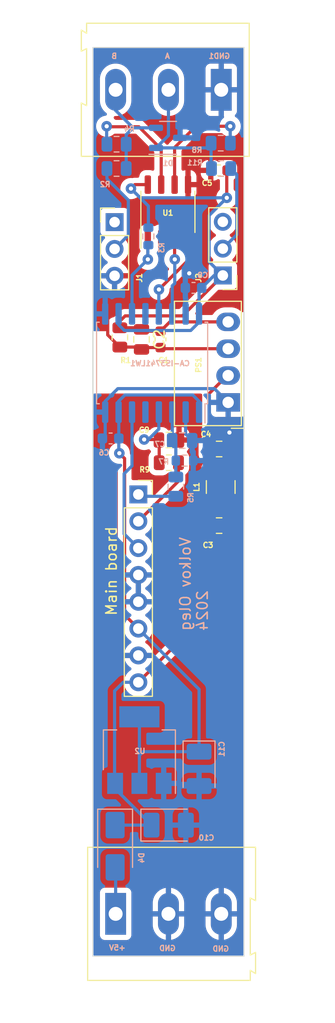
<source format=kicad_pcb>
(kicad_pcb (version 20221018) (generator pcbnew)
  (layers (0 "F.Cu" signal) (31 "B.Cu" signal) (34 "B.Paste" user) (35 "F.Paste" user) (36 "B.SilkS" user "B.Silkscreen") (37 "F.SilkS" user "F.Silkscreen") (38 "B.Mask" user) (39 "F.Mask" user) (44 "Edge.Cuts" user))
  (net 0 "")
  (net 1 "VDDB")
  (net 2 "GND1")
  (net 3 "+5V")
  (net 4 "GND")
  (net 5 "Net-(PS1-+Vin)")
  (net 6 "+3V3")
  (net 7 "Net-(CA-IS3741LW1-VI1)")
  (net 8 "Net-(CA-IS3741LW1-VI2)")
  (net 10 "Rx")
  (net 11 "Net-(CA-IS3741LW1-VI4)")
  (net 13 "Net-(CA-IS3741LW1-VO2)")
  (net 14 "Net-(CA-IS3741LW1-VO1)")
  (net 15 "RO{slash}DI")
  (net 16 "Tx")
  (net 17 "A")
  (net 18 "B")
  (net 19 "+5VD")
  (net 21 "Net-(J1-Pin_2)")
  (net 22 "Net-(J2-Pin_2)")
  (net 23 "unconnected-(J2-Pin_3-Pad3)")
  (net 24 "Net-(U1-B)")
  (net 25 "Net-(U1-A)")
  (footprint "Connector_PinHeader_2.54mm:PinHeader_1x03_P2.54mm_Vertical" (layer "F.Cu") (at 235.95 70.225 180)
    (fp_text reference "J2" (at 2.3 -0.225 270) (layer "F.SilkS") (effects (font (size 0.5 0.5) (thickness 0.125))))
    (fp_text value "Master/Slave")
    (fp_line (start -1.33 -1.33) (end 0 -1.33) (stroke (width 0.12)) (layer "F.SilkS"))
    (fp_line (start -1.33 0) (end -1.33 -1.33) (stroke (width 0.12)) (layer "F.SilkS"))
    (fp_line (start -1.33 1.27) (end -1.33 6.41) (stroke (width 0.12)) (layer "F.SilkS"))
    (fp_line (start -1.33 1.27) (end 1.33 1.27) (stroke (width 0.12)) (layer "F.SilkS"))
    (fp_line (start -1.33 6.41) (end 1.33 6.41) (stroke (width 0.12)) (layer "F.SilkS"))
    (fp_line (start 1.33 1.27) (end 1.33 6.41) (stroke (width 0.12)) (layer "F.SilkS"))
    (pad "1" thru_hole rect (at 0 0 180) (size 1.7 1.7) (drill 1) (layers "*.Cu" "*.Mask") (net 1 "VDDB"))
    (pad "2" thru_hole oval (at 0 2.54 180) (size 1.7 1.7) (drill 1) (layers "*.Cu" "*.Mask") (net 22 "Net-(J2-Pin_2)"))
    (pad "3" thru_hole oval (at 0 5.08 180) (size 1.7 1.7) (drill 1) (layers "*.Cu" "*.Mask") (net 23 "unconnected-(J2-Pin_3-Pad3)"))
  )
  (footprint "Capacitor_SMD:C_0805_2012Metric" (layer "F.Cu") (at 230.85 85.8)
    (fp_text reference "C9" (at -2.35 -0.95) (layer "F.SilkS") (effects (font (size 0.5 0.5) (thickness 0.125))))
    (fp_text value "220pF")
    (fp_line (start -0.261252 -0.735) (end 0.261252 -0.735) (stroke (width 0.12)) (layer "F.SilkS"))
    (fp_line (start -0.261252 0.735) (end 0.261252 0.735) (stroke (width 0.12)) (layer "F.SilkS"))
    (pad "1" smd roundrect (at -0.95 0) (size 1 1.45) (layers "F.Cu" "F.Paste" "F.Mask") (net 8 "Net-(CA-IS3741LW1-VI2)"))
    (pad "2" smd roundrect (at 0.95 0) (size 1 1.45) (layers "F.Cu" "F.Paste" "F.Mask") (net 4 "GND"))
  )
  (footprint "Capacitor_SMD:C_0603_1608Metric" (layer "F.Cu") (at 230.05 76.275 -90)
    (fp_text reference "C1" (at 1.975 -0.3 180) (layer "F.SilkS") (effects (font (size 0.5 0.5) (thickness 0.125))))
    (fp_text value "100n")
    (fp_line (start -0.14058 -0.51) (end 0.14058 -0.51) (stroke (width 0.12)) (layer "F.SilkS"))
    (fp_line (start -0.14058 0.51) (end 0.14058 0.51) (stroke (width 0.12)) (layer "F.SilkS"))
    (pad "1" smd roundrect (at -0.775 0 270) (size 0.9 0.95) (layers "F.Cu" "F.Paste" "F.Mask") (net 1 "VDDB"))
    (pad "2" smd roundrect (at 0.775 0 270) (size 0.9 0.95) (layers "F.Cu" "F.Paste" "F.Mask") (net 2 "GND1"))
  )
  (footprint "Converter_DCDC:Converter_DCDC_Murata_MEE1SxxxxSC_THT" (layer "F.Cu") (at 236.455 82.2375 180)
    (fp_text reference "PS1" (at 2.805 3.5375 90) (layer "F.SilkS") (effects (font (size 0.5 0.5) (thickness 0.125))))
    (fp_text value "MornsunS0505SC")
    (fp_line (start -1.5 -2.45) (end -1.5 -1.25) (stroke (width 0.12)) (layer "F.SilkS"))
    (fp_line (start -1.25 -2.2) (end -1.25 9.57) (stroke (width 0.12)) (layer "F.SilkS"))
    (fp_line (start -0.3 -2.45) (end -1.5 -2.45) (stroke (width 0.12)) (layer "F.SilkS"))
    (fp_line (start 5.09 -2.2) (end -1.25 -2.2) (stroke (width 0.12)) (layer "F.SilkS"))
    (fp_line (start 5.09 -2.2) (end 5.09 9.57) (stroke (width 0.12)) (layer "F.SilkS"))
    (fp_line (start 5.09 9.57) (end -1.25 9.57) (stroke (width 0.12)) (layer "F.SilkS"))
    (pad "1" thru_hole rect (at 0 0 90) (size 1.75 2.25) (drill 1.075) (layers "*.Cu" "*.Mask") (net 4 "GND"))
    (pad "2" thru_hole oval (at 0 2.54 90) (size 1.75 2.25) (drill 1.075) (layers "*.Cu" "*.Mask") (net 5 "Net-(PS1-+Vin)"))
    (pad "3" thru_hole oval (at 0 5.08 90) (size 1.75 2.25) (drill 1.075) (layers "*.Cu" "*.Mask") (net 2 "GND1"))
    (pad "4" thru_hole oval (at 0 7.62 90) (size 1.75 2.25) (drill 1.075) (layers "*.Cu" "*.Mask") (net 1 "VDDB"))
  )
  (footprint "TerminalBlock:TerminalBlock_Altech_AK300-3_P5.00mm" (layer "F.Cu") (at 235.8 52.65 180)
    (fp_text reference "REF**" hide)
    (fp_text value "TerminalBlock_Altech_AK300-3_P5.00mm")
    (fp_line (start -2.65 -6.3) (end -2.65 6.3) (stroke (width 0.12)) (layer "F.SilkS"))
    (fp_line (start -2.65 6.3) (end 12.75 6.3) (stroke (width 0.12)) (layer "F.SilkS"))
    (fp_line (start 12.75 -1.5) (end 13.25 -1.25) (stroke (width 0.12)) (layer "F.SilkS"))
    (fp_line (start 12.75 3.9) (end 12.75 -1.5) (stroke (width 0.12)) (layer "F.SilkS"))
    (fp_line (start 12.75 5.35) (end 13.25 5.65) (stroke (width 0.12)) (layer "F.SilkS"))
    (fp_line (start 12.75 6.3) (end 12.75 5.35) (stroke (width 0.12)) (layer "F.SilkS"))
    (fp_line (start 13.25 -6.3) (end -2.65 -6.3) (stroke (width 0.12)) (layer "F.SilkS"))
    (fp_line (start 13.25 -1.25) (end 13.25 -6.3) (stroke (width 0.12)) (layer "F.SilkS"))
    (fp_line (start 13.25 3.65) (end 12.75 3.9) (stroke (width 0.12)) (layer "F.SilkS"))
    (fp_line (start 13.25 5.65) (end 13.25 3.65) (stroke (width 0.12)) (layer "F.SilkS"))
    (pad "1" thru_hole rect (at 0 0 180) (size 1.98 3.96) (drill 1.32) (layers "*.Cu" "*.Mask") (net 2 "GND1"))
    (pad "2" thru_hole oval (at 5 0 180) (size 1.98 3.96) (drill 1.32) (layers "*.Cu" "*.Mask") (net 17 "A"))
    (pad "3" thru_hole oval (at 10 0 180) (size 1.98 3.96) (drill 1.32) (layers "*.Cu" "*.Mask") (net 18 "B"))
  )
  (footprint "Capacitor_SMD:C_0805_2012Metric" (layer "F.Cu") (at 228.25 76.275 -90)
    (fp_text reference "C2" (at 0 -1.68 -90) (layer "F.SilkS"))
    (fp_text value "10uF")
    (fp_line (start -0.261252 -0.735) (end 0.261252 -0.735) (stroke (width 0.12)) (layer "F.SilkS"))
    (fp_line (start -0.261252 0.735) (end 0.261252 0.735) (stroke (width 0.12)) (layer "F.SilkS"))
    (pad "1" smd roundrect (at -0.95 0 270) (size 1 1.45) (layers "F.Cu" "F.Paste" "F.Mask") (net 1 "VDDB"))
    (pad "2" smd roundrect (at 0.95 0 270) (size 1 1.45) (layers "F.Cu" "F.Paste" "F.Mask") (net 2 "GND1"))
  )
  (footprint "Capacitor_SMD:C_0805_2012Metric" (layer "F.Cu") (at 235.6 93.9)
    (fp_text reference "C3" (at -1.05 1.85) (layer "F.SilkS") (effects (font (size 0.5 0.5) (thickness 0.125))))
    (fp_text value "5uF")
    (fp_line (start -0.261252 -0.735) (end 0.261252 -0.735) (stroke (width 0.12)) (layer "F.SilkS"))
    (fp_line (start -0.261252 0.735) (end 0.261252 0.735) (stroke (width 0.12)) (layer "F.SilkS"))
    (pad "1" smd roundrect (at -0.95 0) (size 1 1.45) (layers "F.Cu" "F.Paste" "F.Mask") (net 3 "+5V"))
    (pad "2" smd roundrect (at 0.95 0) (size 1 1.45) (layers "F.Cu" "F.Paste" "F.Mask") (net 4 "GND"))
  )
  (footprint "Resistor_SMD:R_0805_2012Metric" (layer "F.Cu") (at 230.8375 87.95 180)
    (fp_text reference "R9" (at 2.2875 -0.65) (layer "F.SilkS") (effects (font (size 0.5 0.5) (thickness 0.125))))
    (fp_text value "100R")
    (fp_line (start -0.227064 -0.735) (end 0.227064 -0.735) (stroke (width 0.12)) (layer "F.SilkS"))
    (fp_line (start -0.227064 0.735) (end 0.227064 0.735) (stroke (width 0.12)) (layer "F.SilkS"))
    (pad "1" smd roundrect (at -0.9125 0 180) (size 1.025 1.4) (layers "F.Cu" "F.Paste" "F.Mask") (roundrect_rratio 0.243902439) (net 16 "Tx"))
    (pad "2" smd roundrect (at 0.9125 0 180) (size 1.025 1.4) (layers "F.Cu" "F.Paste" "F.Mask") (roundrect_rratio 0.243902439) (net 8 "Net-(CA-IS3741LW1-VI2)"))
  )
  (footprint "Package_SO:SO-8_3.9x4.9mm_P1.27mm" (layer "F.Cu") (at 230.75 64.2 90)
    (fp_text reference "U1" (at -0.1 0 180) (layer "F.SilkS") (effects (font (size 0.5 0.5) (thickness 0.125))))
    (fp_text value "MAX485E")
    (fp_line (start 0 -2.56) (end -3.45 -2.56) (stroke (width 0.12)) (layer "F.SilkS"))
    (fp_line (start 0 -2.56) (end 1.95 -2.56) (stroke (width 0.12)) (layer "F.SilkS"))
    (fp_line (start 0 2.56) (end -1.95 2.56) (stroke (width 0.12)) (layer "F.SilkS"))
    (fp_line (start 0 2.56) (end 1.95 2.56) (stroke (width 0.12)) (layer "F.SilkS"))
    (pad "1" smd roundrect (at -2.575 -1.905 90) (size 1.75 0.6) (layers "F.Cu" "F.Paste" "F.Mask") (net 11 "Net-(CA-IS3741LW1-VI4)"))
    (pad "2" smd roundrect (at -2.575 -0.635 90) (size 1.75 0.6) (layers "F.Cu" "F.Paste" "F.Mask") (net 14 "Net-(CA-IS3741LW1-VO1)"))
    (pad "3" smd roundrect (at -2.575 0.635 90) (size 1.75 0.6) (layers "F.Cu" "F.Paste" "F.Mask") (net 14 "Net-(CA-IS3741LW1-VO1)"))
    (pad "4" smd roundrect (at -2.575 1.905 90) (size 1.75 0.6) (layers "F.Cu" "F.Paste" "F.Mask") (net 13 "Net-(CA-IS3741LW1-VO2)"))
    (pad "5" smd roundrect (at 2.575 1.905 90) (size 1.75 0.6) (layers "F.Cu" "F.Paste" "F.Mask") (net 2 "GND1"))
    (pad "6" smd roundrect (at 2.575 0.635 90) (size 1.75 0.6) (layers "F.Cu" "F.Paste" "F.Mask") (net 25 "Net-(U1-A)"))
    (pad "7" smd roundrect (at 2.575 -0.635 90) (size 1.75 0.6) (layers "F.Cu" "F.Paste" "F.Mask") (net 24 "Net-(U1-B)"))
    (pad "8" smd roundrect (at 2.575 -1.905 90) (size 1.75 0.6) (layers "F.Cu" "F.Paste" "F.Mask") (net 1 "VDDB"))
  )
  (footprint "Inductor_SMD:L_1210_3225Metric" (layer "F.Cu") (at 235.75 90.25 90)
    (fp_text reference "L1" (at 0 -2.28 90) (layer "F.SilkS") (effects (font (size 0.5 0.5) (thickness 0.125))))
    (fp_text value "22uH")
    (fp_line (start -0.602064 -1.36) (end 0.602064 -1.36) (stroke (width 0.12)) (layer "F.SilkS"))
    (fp_line (start -0.602064 1.36) (end 0.602064 1.36) (stroke (width 0.12)) (layer "F.SilkS"))
    (pad "1" smd roundrect (at -1.4 0 90) (size 1.25 2.65) (layers "F.Cu" "F.Paste" "F.Mask") (roundrect_rratio 0.2) (net 3 "+5V"))
    (pad "2" smd roundrect (at 1.4 0 90) (size 1.25 2.65) (layers "F.Cu" "F.Paste" "F.Mask") (roundrect_rratio 0.2) (net 5 "Net-(PS1-+Vin)"))
  )
  (footprint "Capacitor_SMD:C_0805_2012Metric" (layer "F.Cu") (at 235.6 86.65)
    (fp_text reference "C4" (at -1.25 -1.4) (layer "F.SilkS") (effects (font (size 0.5 0.5) (thickness 0.125))))
    (fp_text value "5uF")
    (fp_line (start -0.261252 -0.735) (end 0.261252 -0.735) (stroke (width 0.12)) (layer "F.SilkS"))
    (fp_line (start -0.261252 0.735) (end 0.261252 0.735) (stroke (width 0.12)) (layer "F.SilkS"))
    (pad "1" smd roundrect (at -0.95 0) (size 1 1.45) (layers "F.Cu" "F.Paste" "F.Mask") (net 5 "Net-(PS1-+Vin)"))
    (pad "2" smd roundrect (at 0.95 0) (size 1 1.45) (layers "F.Cu" "F.Paste" "F.Mask") (net 4 "GND"))
  )
  (footprint "Capacitor_SMD:C_0603_1608Metric" (layer "F.Cu") (at 235.585 60.2742 180)
    (fp_text reference "C5" (at 1.125 -1.2) (layer "F.SilkS") (effects (font (size 0.5 0.5) (thickness 0.125))))
    (fp_text value "100n")
    (fp_line (start -0.14058 -0.51) (end 0.14058 -0.51) (stroke (width 0.12)) (layer "F.SilkS"))
    (fp_line (start -0.14058 0.51) (end 0.14058 0.51) (stroke (width 0.12)) (layer "F.SilkS"))
    (pad "1" smd roundrect (at -0.775 0 180) (size 0.9 0.95) (layers "F.Cu" "F.Paste" "F.Mask") (net 1 "VDDB"))
    (pad "2" smd roundrect (at 0.775 0 180) (size 0.9 0.95) (layers "F.Cu" "F.Paste" "F.Mask") (net 2 "GND1"))
  )
  (footprint "TerminalBlock:TerminalBlock_Altech_AK300-3_P5.00mm" (layer "F.Cu") (at 225.8 130.65)
    (fp_text reference "REF**" hide)
    (fp_text value "TerminalBlock_Altech_AK300-3_P5.00mm")
    (fp_line (start -2.65 -6.3) (end -2.65 6.3) (stroke (width 0.12)) (layer "F.SilkS"))
    (fp_line (start -2.65 6.3) (end 12.75 6.3) (stroke (width 0.12)) (layer "F.SilkS"))
    (fp_line (start 12.75 -1.5) (end 13.25 -1.25) (stroke (width 0.12)) (layer "F.SilkS"))
    (fp_line (start 12.75 3.9) (end 12.75 -1.5) (stroke (width 0.12)) (layer "F.SilkS"))
    (fp_line (start 12.75 5.35) (end 13.25 5.65) (stroke (width 0.12)) (layer "F.SilkS"))
    (fp_line (start 12.75 6.3) (end 12.75 5.35) (stroke (width 0.12)) (layer "F.SilkS"))
    (fp_line (start 13.25 -6.3) (end -2.65 -6.3) (stroke (width 0.12)) (layer "F.SilkS"))
    (fp_line (start 13.25 -1.25) (end 13.25 -6.3) (stroke (width 0.12)) (layer "F.SilkS"))
    (fp_line (start 13.25 3.65) (end 12.75 3.9) (stroke (width 0.12)) (layer "F.SilkS"))
    (fp_line (start 13.25 5.65) (end 13.25 3.65) (stroke (width 0.12)) (layer "F.SilkS"))
    (pad "1" thru_hole rect (at 0 0) (size 1.98 3.96) (drill 1.32) (layers "*.Cu" "*.Mask") (net 19 "+5VD"))
    (pad "2" thru_hole oval (at 5 0) (size 1.98 3.96) (drill 1.32) (layers "*.Cu" "*.Mask") (net 4 "GND"))
    (pad "3" thru_hole oval (at 10 0) (size 1.98 3.96) (drill 1.32) (layers "*.Cu" "*.Mask") (net 4 "GND"))
  )
  (footprint "Connector_PinSocket_2.54mm:PinSocket_1x08_P2.54mm_Vertical" (layer "F.Cu") (at 227.95 90.95)
    (fp_text reference "Main board" (at -2.55 7.25 90) (layer "F.SilkS"))
    (fp_text value "PinSocket_1x08_P2.54mm_Vertical")
    (fp_line (start -1.33 1.27) (end -1.33 19.11) (stroke (width 0.12)) (layer "F.SilkS"))
    (fp_line (start -1.33 1.27) (end 1.33 1.27) (stroke (width 0.12)) (layer "F.SilkS"))
    (fp_line (start -1.33 19.11) (end 1.33 19.11) (stroke (width 0.12)) (layer "F.SilkS"))
    (fp_line (start 0 -1.33) (end 1.33 -1.33) (stroke (width 0.12)) (layer "F.SilkS"))
    (fp_line (start 1.33 -1.33) (end 1.33 0) (stroke (width 0.12)) (layer "F.SilkS"))
    (fp_line (start 1.33 1.27) (end 1.33 19.11) (stroke (width 0.12)) (layer "F.SilkS"))
    (pad "1" thru_hole rect (at 0 0) (size 1.7 1.7) (drill 1) (layers "*.Cu" "*.Mask") (net 15 "RO{slash}DI"))
    (pad "2" thru_hole oval (at 0 2.54) (size 1.7 1.7) (drill 1) (layers "*.Cu" "*.Mask") (net 16 "Tx"))
    (pad "3" thru_hole oval (at 0 5.08) (size 1.7 1.7) (drill 1) (layers "*.Cu" "*.Mask") (net 10 "Rx"))
    (pad "4" thru_hole oval (at 0 7.62) (size 1.7 1.7) (drill 1) (layers "*.Cu" "*.Mask") (net 4 "GND"))
    (pad "5" thru_hole oval (at 0 10.16) (size 1.7 1.7) (drill 1) (layers "*.Cu" "*.Mask") (net 4 "GND"))
    (pad "6" thru_hole oval (at 0 12.7) (size 1.7 1.7) (drill 1) (layers "*.Cu" "*.Mask") (net 6 "+3V3"))
    (pad "7" thru_hole oval (at 0 15.24) (size 1.7 1.7) (drill 1) (layers "*.Cu" "*.Mask") (net 4 "GND"))
    (pad "8" thru_hole oval (at 0 17.78) (size 1.7 1.7) (drill 1) (layers "*.Cu" "*.Mask") (net 3 "+5V"))
  )
  (footprint "Connector_PinHeader_2.54mm:PinHeader_1x03_P2.54mm_Vertical" (layer "F.Cu") (at 225.7 65.175)
    (fp_text reference "J1" (at 2.35 5.275 90) (layer "F.SilkS") (effects (font (size 0.5 0.5) (thickness 0.125))))
    (fp_text value "Master/Slave")
    (fp_line (start -1.33 -1.33) (end 0 -1.33) (stroke (width 0.12)) (layer "F.SilkS"))
    (fp_line (start -1.33 0) (end -1.33 -1.33) (stroke (width 0.12)) (layer "F.SilkS"))
    (fp_line (start -1.33 1.27) (end -1.33 6.41) (stroke (width 0.12)) (layer "F.SilkS"))
    (fp_line (start -1.33 1.27) (end 1.33 1.27) (stroke (width 0.12)) (layer "F.SilkS"))
    (fp_line (start -1.33 6.41) (end 1.33 6.41) (stroke (width 0.12)) (layer "F.SilkS"))
    (fp_line (start 1.33 1.27) (end 1.33 6.41) (stroke (width 0.12)) (layer "F.SilkS"))
    (pad "1" thru_hole rect (at 0 0) (size 1.7 1.7) (drill 1) (layers "*.Cu" "*.Mask"))
    (pad "2" thru_hole oval (at 0 2.54) (size 1.7 1.7) (drill 1) (layers "*.Cu" "*.Mask") (net 21 "Net-(J1-Pin_2)"))
    (pad "3" thru_hole oval (at 0 5.08) (size 1.7 1.7) (drill 1) (layers "*.Cu" "*.Mask") (net 2 "GND1"))
  )
  (footprint "Resistor_SMD:R_0805_2012Metric" (layer "F.Cu") (at 226.2 76.0875 -90)
    (fp_text reference "R1" (at 2.1625 -0.55 180) (layer "F.SilkS") (effects (font (size 0.5 0.5) (thickness 0.125))))
    (fp_text value "240")
    (fp_line (start -0.227064 -0.735) (end 0.227064 -0.735) (stroke (width 0.12)) (layer "F.SilkS"))
    (fp_line (start -0.227064 0.735) (end 0.227064 0.735) (stroke (width 0.12)) (layer "F.SilkS"))
    (pad "1" smd roundrect (at -0.9125 0 270) (size 1.025 1.4) (layers "F.Cu" "F.Paste" "F.Mask") (roundrect_rratio 0.243902439) (net 1 "VDDB"))
    (pad "2" smd roundrect (at 0.9125 0 270) (size 1.025 1.4) (layers "F.Cu" "F.Paste" "F.Mask") (roundrect_rratio 0.243902439) (net 2 "GND1"))
  )
  (footprint "Package_TO_SOT_SMD:SOT-23-3" (layer "B.Cu") (at 230.7625 57.2)
    (fp_text reference "D1" (at 0 2.4) (layer "B.SilkS") (effects (font (size 0.5 0.5) (thickness 0.125)) (justify mirror)))
    (fp_text value "PSM712-LF-T7")
    (fp_line (start 0 -1.56) (end -0.8 -1.56) (stroke (width 0.12)) (layer "B.SilkS"))
    (fp_line (start 0 -1.56) (end 0.8 -1.56) (stroke (width 0.12)) (layer "B.SilkS"))
    (fp_line (start 0 1.56) (end -1.8 1.56) (stroke (width 0.12)) (layer "B.SilkS"))
    (fp_line (start 0 1.56) (end 0.8 1.56) (stroke (width 0.12)) (layer "B.SilkS"))
    (pad "1" smd roundrect (at -1.1375 0.95) (size 1.325 0.6) (layers "B.Cu" "B.Paste" "B.Mask") (net 17 "A"))
    (pad "2" smd roundrect (at -1.1375 -0.95) (size 1.325 0.6) (layers "B.Cu" "B.Paste" "B.Mask") (net 18 "B"))
    (pad "3" smd roundrect (at 1.1375 0) (size 1.325 0.6) (layers "B.Cu" "B.Paste" "B.Mask") (net 2 "GND1"))
  )
  (footprint "Diode_SMD:D_SMA" (layer "B.Cu") (at 225.75 124.25 -90)
    (fp_text reference "D4" (at 1.1 -2.5 90) (layer "B.SilkS") (effects (font (size 0.5 0.5) (thickness 0.125)) (justify mirror)))
    (fp_text value "10MQ100NPBF")
    (fp_line (start -3.51 -1.65) (end 2 -1.65) (stroke (width 0.12)) (layer "B.SilkS"))
    (fp_line (start -3.51 1.65) (end -3.51 -1.65) (stroke (width 0.12)) (layer "B.SilkS"))
    (fp_line (start -3.51 1.65) (end 2 1.65) (stroke (width 0.12)) (layer "B.SilkS"))
    (pad "1" smd roundrect (at -2 0 270) (size 2.5 1.8) (layers "B.Cu" "B.Paste" "B.Mask") (roundrect_rratio 0.1388888889) (net 3 "+5V"))
    (pad "2" smd roundrect (at 2 0 270) (size 2.5 1.8) (layers "B.Cu" "B.Paste" "B.Mask") (roundrect_rratio 0.1388888889) (net 19 "+5VD"))
  )
  (footprint "Resistor_SMD:R_0805_2012Metric" (layer "B.Cu") (at 225.8875 60.1)
    (fp_text reference "R2" (at -1.0875 1.5) (layer "B.SilkS") (effects (font (size 0.5 0.5) (thickness 0.125)) (justify mirror)))
    (fp_text value "470R")
    (fp_line (start -0.227064 -0.735) (end 0.227064 -0.735) (stroke (width 0.12)) (layer "B.SilkS"))
    (fp_line (start -0.227064 0.735) (end 0.227064 0.735) (stroke (width 0.12)) (layer "B.SilkS"))
    (pad "1" smd roundrect (at -0.9125 0) (size 1.025 1.4) (layers "B.Cu" "B.Paste" "B.Mask") (roundrect_rratio 0.243902439) (net 21 "Net-(J1-Pin_2)"))
    (pad "2" smd roundrect (at 0.9125 0) (size 1.025 1.4) (layers "B.Cu" "B.Paste" "B.Mask") (roundrect_rratio 0.243902439) (net 18 "B"))
  )
  (footprint "Resistor_SMD:R_0805_2012Metric" (layer "B.Cu") (at 235.7875 60.1)
    (fp_text reference "R11" (at -2.4875 -0.55) (layer "B.SilkS") (effects (font (size 0.5 0.5) (thickness 0.125)) (justify mirror)))
    (fp_text value "470R")
    (fp_line (start -0.227064 -0.735) (end 0.227064 -0.735) (stroke (width 0.12)) (layer "B.SilkS"))
    (fp_line (start -0.227064 0.735) (end 0.227064 0.735) (stroke (width 0.12)) (layer "B.SilkS"))
    (pad "1" smd roundrect (at -0.9125 0) (size 1.025 1.4) (layers "B.Cu" "B.Paste" "B.Mask") (roundrect_rratio 0.243902439) (net 17 "A"))
    (pad "2" smd roundrect (at 0.9125 0) (size 1.025 1.4) (layers "B.Cu" "B.Paste" "B.Mask") (roundrect_rratio 0.243902439) (net 22 "Net-(J2-Pin_2)"))
  )
  (footprint "Capacitor_Tantalum_SMD:CP_EIA-3528-21_Kemet-B_Pad1.50x2.35mm_HandSolder" (layer "B.Cu") (at 233.7 116.925 -90)
    (fp_text reference "C11" (at -1.875 -2.15 90) (layer "B.SilkS") (effects (font (size 0.5 0.5) (thickness 0.125)) (justify mirror)))
    (fp_text value "47uF")
    (fp_line (start -2.635 -1.51) (end 1.75 -1.51) (stroke (width 0.12)) (layer "B.SilkS"))
    (fp_line (start -2.635 1.51) (end -2.635 -1.51) (stroke (width 0.12)) (layer "B.SilkS"))
    (fp_line (start 1.75 1.51) (end -2.635 1.51) (stroke (width 0.12)) (layer "B.SilkS"))
    (pad "1" smd roundrect (at -1.625 0 270) (size 1.5 2.35) (layers "B.Cu" "B.Paste" "B.Mask") (roundrect_rratio 0.1666673333) (net 6 "+3V3"))
    (pad "2" smd roundrect (at 1.625 0 270) (size 1.5 2.35) (layers "B.Cu" "B.Paste" "B.Mask") (roundrect_rratio 0.1666673333) (net 4 "GND"))
  )
  (footprint "Resistor_SMD:R_0805_2012Metric" (layer "B.Cu") (at 231.5 90.2125 90)
    (fp_text reference "R5" (at -1.0375 1.4 90) (layer "B.SilkS") (effects (font (size 0.5 0.5) (thickness 0.125)) (justify mirror)))
    (fp_text value "100R")
    (fp_line (start -0.227064 -0.735) (end 0.227064 -0.735) (stroke (width 0.12)) (layer "B.SilkS"))
    (fp_line (start -0.227064 0.735) (end 0.227064 0.735) (stroke (width 0.12)) (layer "B.SilkS"))
    (pad "1" smd roundrect (at -0.9125 0 90) (size 1.025 1.4) (layers "B.Cu" "B.Paste" "B.Mask") (roundrect_rratio 0.243902439) (net 15 "RO{slash}DI"))
    (pad "2" smd roundrect (at 0.9125 0 90) (size 1.025 1.4) (layers "B.Cu" "B.Paste" "B.Mask") (roundrect_rratio 0.243902439) (net 7 "Net-(CA-IS3741LW1-VI1)"))
  )
  (footprint "Capacitor_Tantalum_SMD:CP_EIA-3528-21_Kemet-B_Pad1.50x2.35mm_HandSolder" (layer "B.Cu") (at 230.825 122.25)
    (fp_text reference "C10" (at 3.575 1.2) (layer "B.SilkS") (effects (font (size 0.5 0.5) (thickness 0.125)) (justify mirror)))
    (fp_text value "47uF")
    (fp_line (start -2.635 -1.51) (end 1.75 -1.51) (stroke (width 0.12)) (layer "B.SilkS"))
    (fp_line (start -2.635 1.51) (end -2.635 -1.51) (stroke (width 0.12)) (layer "B.SilkS"))
    (fp_line (start 1.75 1.51) (end -2.635 1.51) (stroke (width 0.12)) (layer "B.SilkS"))
    (pad "1" smd roundrect (at -1.625 0) (size 1.5 2.35) (layers "B.Cu" "B.Paste" "B.Mask") (roundrect_rratio 0.1666673333) (net 3 "+5V"))
    (pad "2" smd roundrect (at 1.625 0) (size 1.5 2.35) (layers "B.Cu" "B.Paste" "B.Mask") (roundrect_rratio 0.1666673333) (net 4 "GND"))
  )
  (footprint "Capacitor_SMD:C_0805_2012Metric" (layer "B.Cu") (at 232.1 85.85)
    (fp_text reference "C7" (at -2.1 0.35) (layer "B.SilkS") (effects (font (size 0.5 0.5) (thickness 0.125)) (justify mirror)))
    (fp_text value "220pF")
    (fp_line (start -0.261252 -0.735) (end 0.261252 -0.735) (stroke (width 0.12)) (layer "B.SilkS"))
    (fp_line (start -0.261252 0.735) (end 0.261252 0.735) (stroke (width 0.12)) (layer "B.SilkS"))
    (pad "1" smd roundrect (at -0.95 0) (size 1 1.45) (layers "B.Cu" "B.Paste" "B.Mask") (net 7 "Net-(CA-IS3741LW1-VI1)"))
    (pad "2" smd roundrect (at 0.95 0) (size 1 1.45) (layers "B.Cu" "B.Paste" "B.Mask") (net 4 "GND"))
  )
  (footprint "Resistor_SMD:R_0603_1608Metric" (layer "B.Cu") (at 228.9 66.525 -90)
    (fp_text reference "R3" (at 1.075 -1.25 90) (layer "B.SilkS") (effects (font (size 0.5 0.5) (thickness 0.125)) (justify mirror)))
    (fp_text value "10k")
    (fp_line (start -0.237258 -0.5225) (end 0.237258 -0.5225) (stroke (width 0.12)) (layer "B.SilkS"))
    (fp_line (start -0.237258 0.5225) (end 0.237258 0.5225) (stroke (width 0.12)) (layer "B.SilkS"))
    (pad "1" smd roundrect (at -0.825 0 270) (size 0.8 0.95) (layers "B.Cu" "B.Paste" "B.Mask") (net 1 "VDDB"))
    (pad "2" smd roundrect (at 0.825 0 270) (size 0.8 0.95) (layers "B.Cu" "B.Paste" "B.Mask") (net 11 "Net-(CA-IS3741LW1-VI4)"))
  )
  (footprint "Capacitor_SMD:C_0603_1608Metric" (layer "B.Cu") (at 233.175 71.4 180)
    (fp_text reference "C8" (at -0.875 1.2) (layer "B.SilkS") (effects (font (size 0.5 0.5) (thickness 0.125)) (justify mirror)))
    (fp_text value "100n")
    (fp_line (start -0.14058 -0.51) (end 0.14058 -0.51) (stroke (width 0.12)) (layer "B.SilkS"))
    (fp_line (start -0.14058 0.51) (end 0.14058 0.51) (stroke (width 0.12)) (layer "B.SilkS"))
    (pad "1" smd roundrect (at -0.775 0 180) (size 0.9 0.95) (layers "B.Cu" "B.Paste" "B.Mask") (net 1 "VDDB"))
    (pad "2" smd roundrect (at 0.775 0 180) (size 0.9 0.95) (layers "B.Cu" "B.Paste" "B.Mask") (net 2 "GND1"))
  )
  (footprint "Package_TO_SOT_SMD:SOT-223-3_TabPin2" (layer "B.Cu") (at 228.05 115.15 90)
    (fp_text reference "U2" (at -0.1 0.05 180) (layer "B.SilkS") (effects (font (size 0.5 0.5) (thickness 0.125)) (justify mirror)))
    (fp_text value "AMS1117-3.3")
    (fp_line (start -4.1 3.41) (end 1.91 3.41) (stroke (width 0.12)) (layer "B.SilkS"))
    (fp_line (start -1.85 -3.41) (end 1.91 -3.41) (stroke (width 0.12)) (layer "B.SilkS"))
    (fp_line (start 1.91 -3.41) (end 1.91 -2.15) (stroke (width 0.12)) (layer "B.SilkS"))
    (fp_line (start 1.91 3.41) (end 1.91 2.15) (stroke (width 0.12)) (layer "B.SilkS"))
    (pad "1" smd rect (at -3.15 2.3 90) (size 2 1.5) (layers "B.Cu" "B.Paste" "B.Mask") (net 4 "GND"))
    (pad "2" smd rect (at -3.15 0 90) (size 2 1.5) (layers "B.Cu" "B.Paste" "B.Mask") (net 6 "+3V3"))
    (pad "2" smd rect (at 3.15 0 90) (size 2 3.8) (layers "B.Cu" "B.Paste" "B.Mask") (net 6 "+3V3"))
    (pad "3" smd rect (at -3.15 -2.3 90) (size 2 1.5) (layers "B.Cu" "B.Paste" "B.Mask") (net 3 "+5V"))
  )
  (footprint "Resistor_SMD:R_0805_2012Metric" (layer "B.Cu") (at 235.75 57.7 180)
    (fp_text reference "R8" (at 2.25 -0.65) (layer "B.SilkS") (effects (font (size 0.5 0.5) (thickness 0.125)) (justify mirror)))
    (fp_text value "10R")
    (fp_line (start -0.227064 -0.735) (end 0.227064 -0.735) (stroke (width 0.12)) (layer "B.SilkS"))
    (fp_line (start -0.227064 0.735) (end 0.227064 0.735) (stroke (width 0.12)) (layer "B.SilkS"))
    (pad "1" smd roundrect (at -0.9125 0 180) (size 1.025 1.4) (layers "B.Cu" "B.Paste" "B.Mask") (roundrect_rratio 0.243902439) (net 25 "Net-(U1-A)"))
    (pad "2" smd roundrect (at 0.9125 0 180) (size 1.025 1.4) (layers "B.Cu" "B.Paste" "B.Mask") (roundrect_rratio 0.243902439) (net 17 "A"))
  )
  (footprint "Resistor_SMD:R_0603_1608Metric" (layer "B.Cu") (at 232.325 87.75)
    (fp_text reference "R7" (at -1.975 0.1) (layer "B.SilkS") (effects (font (size 0.5 0.5) (thickness 0.125)) (justify mirror)))
    (fp_text value "10k")
    (fp_line (start -0.237258 -0.5225) (end 0.237258 -0.5225) (stroke (width 0.12)) (layer "B.SilkS"))
    (fp_line (start -0.237258 0.5225) (end 0.237258 0.5225) (stroke (width 0.12)) (layer "B.SilkS"))
    (pad "1" smd roundrect (at -0.825 0) (size 0.8 0.95) (layers "B.Cu" "B.Paste" "B.Mask") (net 7 "Net-(CA-IS3741LW1-VI1)"))
    (pad "2" smd roundrect (at 0.825 0) (size 0.8 0.95) (layers "B.Cu" "B.Paste" "B.Mask") (net 4 "GND"))
  )
  (footprint "Package_SO:SOIC-16W_7.5x10.3mm_P1.27mm" (layer "B.Cu") (at 229.255 78.5075 90)
    (fp_text reference "CA-IS3741LW1" (at -0.0425 0.745 180) (layer "B.SilkS") (effects (font (size 0.5 0.5) (thickness 0.125)) (justify mirror)))
    (fp_text value "~")
    (fp_line (start -3.86 -5.26) (end -3.86 -5.005) (stroke (width 0.12)) (layer "B.SilkS"))
    (fp_line (start -3.86 5.005) (end -5.675 5.005) (stroke (width 0.12)) (layer "B.SilkS"))
    (fp_line (start -3.86 5.26) (end -3.86 5.005) (stroke (width 0.12)) (layer "B.SilkS"))
    (fp_line (start 0 -5.26) (end -3.86 -5.26) (stroke (width 0.12)) (layer "B.SilkS"))
    (fp_line (start 0 -5.26) (end 3.86 -5.26) (stroke (width 0.12)) (layer "B.SilkS"))
    (fp_line (start 0 5.26) (end -3.86 5.26) (stroke (width 0.12)) (layer "B.SilkS"))
    (fp_line (start 0 5.26) (end 3.86 5.26) (stroke (width 0.12)) (layer "B.SilkS"))
    (fp_line (start 3.86 -5.26) (end 3.86 -5.005) (stroke (width 0.12)) (layer "B.SilkS"))
    (fp_line (start 3.86 5.26) (end 3.86 5.005) (stroke (width 0.12)) (layer "B.SilkS"))
    (pad "1" smd roundrect (at -4.65 4.445 90) (size 2.05 0.6) (layers "B.Cu" "B.Paste" "B.Mask") (net 6 "+3V3"))
    (pad "2" smd roundrect (at -4.65 3.175 90) (size 2.05 0.6) (layers "B.Cu" "B.Paste" "B.Mask") (net 4 "GND"))
    (pad "3" smd roundrect (at -4.65 1.905 90) (size 2.05 0.6) (layers "B.Cu" "B.Paste" "B.Mask") (net 7 "Net-(CA-IS3741LW1-VI1)"))
    (pad "4" smd roundrect (at -4.65 0.635 90) (size 2.05 0.6) (layers "B.Cu" "B.Paste" "B.Mask") (net 8 "Net-(CA-IS3741LW1-VI2)"))
    (pad "5" smd roundrect (at -4.65 -0.635 90) (size 2.05 0.6) (layers "B.Cu" "B.Paste" "B.Mask"))
    (pad "6" smd roundrect (at -4.65 -1.905 90) (size 2.05 0.6) (layers "B.Cu" "B.Paste" "B.Mask") (net 10 "Rx"))
    (pad "7" smd roundrect (at -4.65 -3.175 90) (size 2.05 0.6) (layers "B.Cu" "B.Paste" "B.Mask") (net 6 "+3V3"))
    (pad "8" smd roundrect (at -4.65 -4.445 90) (size 2.05 0.6) (layers "B.Cu" "B.Paste" "B.Mask") (net 4 "GND"))
    (pad "9" smd roundrect (at 4.65 -4.445 90) (size 2.05 0.6) (layers "B.Cu" "B.Paste" "B.Mask") (net 2 "GND1"))
    (pad "10" smd roundrect (at 4.65 -3.175 90) (size 2.05 0.6) (layers "B.Cu" "B.Paste" "B.Mask") (net 1 "VDDB"))
    (pad "11" smd roundrect (at 4.65 -1.905 90) (size 2.05 0.6) (layers "B.Cu" "B.Paste" "B.Mask") (net 11 "Net-(CA-IS3741LW1-VI4)"))
    (pad "12" smd roundrect (at 4.65 -0.635 90) (size 2.05 0.6) (layers "B.Cu" "B.Paste" "B.Mask"))
    (pad "13" smd roundrect (at 4.65 0.635 90) (size 2.05 0.6) (layers "B.Cu" "B.Paste" "B.Mask") (net 13 "Net-(CA-IS3741LW1-VO2)"))
    (pad "14" smd roundrect (at 4.65 1.905 90) (size 2.05 0.6) (layers "B.Cu" "B.Paste" "B.Mask") (net 14 "Net-(CA-IS3741LW1-VO1)"))
    (pad "15" smd roundrect (at 4.65 3.175 90) (size 2.05 0.6) (layers "B.Cu" "B.Paste" "B.Mask") (net 2 "GND1"))
    (pad "16" smd roundrect (at 4.65 4.445 90) (size 2.05 0.6) (layers "B.Cu" "B.Paste" "B.Mask") (net 1 "VDDB"))
  )
  (footprint "Capacitor_SMD:C_0603_1608Metric" (layer "B.Cu") (at 225.325 85.65 180)
    (fp_text reference "C6" (at 0.625 -1.35) (layer "B.SilkS") (effects (font (size 0.5 0.5) (thickness 0.125)) (justify mirror)))
    (fp_text value "100n")
    (fp_line (start -0.14058 -0.51) (end 0.14058 -0.51) (stroke (width 0.12)) (layer "B.SilkS"))
    (fp_line (start -0.14058 0.51) (end 0.14058 0.51) (stroke (width 0.12)) (layer "B.SilkS"))
    (pad "1" smd roundrect (at -0.775 0 180) (size 0.9 0.95) (layers "B.Cu" "B.Paste" "B.Mask") (net 6 "+3V3"))
    (pad "2" smd roundrect (at 0.775 0 180) (size 0.9 0.95) (layers "B.Cu" "B.Paste" "B.Mask") (net 4 "GND"))
  )
  (footprint "Resistor_SMD:R_0805_2012Metric" (layer "B.Cu") (at 225.8875 57.8)
    (fp_text reference "R4" (at 1.2125 -1.45) (layer "B.SilkS") (effects (font (size 0.5 0.5) (thickness 0.125)) (justify mirror)))
    (fp_text value "10R")
    (fp_line (start -0.227064 -0.735) (end 0.227064 -0.735) (stroke (width 0.12)) (layer "B.SilkS"))
    (fp_line (start -0.227064 0.735) (end 0.227064 0.735) (stroke (width 0.12)) (layer "B.SilkS"))
    (pad "1" smd roundrect (at -0.9125 0) (size 1.025 1.4) (layers "B.Cu" "B.Paste" "B.Mask") (roundrect_rratio 0.243902439) (net 24 "Net-(U1-B)"))
    (pad "2" smd roundrect (at 0.9125 0) (size 1.025 1.4) (layers "B.Cu" "B.Paste" "B.Mask") (roundrect_rratio 0.243902439) (net 18 "B"))
  )
  (gr_line (start 237.95 48.65) (end 237.95 134.65) (stroke (width 0.1)) (layer "Edge.Cuts"))
  (gr_line (start 223.65 48.65) (end 237.95 48.65) (stroke (width 0.1)) (layer "Edge.Cuts"))
  (gr_line (start 237.95 134.65) (end 223.65 134.65) (stroke (width 0.1)) (layer "Edge.Cuts"))
  (gr_line (start 223.65 134.65) (end 223.65 48.65) (stroke (width 0.1)) (layer "Edge.Cuts"))
  (gr_text "A" (at 231 49.75) (layer "B.SilkS") (effects (font (size 0.5 0.5) (thickness 0.125)) (justify left bottom mirror)))
  (gr_text "GND\n" (at 231.55 134.2) (layer "B.SilkS") (effects (font (size 0.5 0.5) (thickness 0.125)) (justify left bottom mirror)))
  (gr_text "Volkov Oleg\n2024" (at 234.6 103.95 90) (layer "B.SilkS") (effects (font (size 1 1)) (justify right bottom mirror)))
  (gr_text "+5V" (at 226.8 134.15) (layer "B.SilkS") (effects (font (size 0.5 0.5) (thickness 0.125)) (justify left bottom mirror)))
  (gr_text "GND1" (at 236.7 49.75) (layer "B.SilkS") (effects (font (size 0.5 0.5) (thickness 0.125)) (justify left bottom mirror)))
  (gr_text "B" (at 226 49.75) (layer "B.SilkS") (effects (font (size 0.5 0.5) (thickness 0.125)) (justify left bottom mirror)))
  (gr_text "GND\n" (at 236.6 134.25) (layer "B.SilkS") (effects (font (size 0.5 0.5) (thickness 0.125)) (justify left bottom mirror)))
  (segment (start 226.2 75.175) (end 226.2 74.55) (width 0.3) (layer "F.Cu") (net 1))
  (segment (start 236.455 74.6175) (end 230.9325 74.6175) (width 0.3) (layer "F.Cu") (net 1))
  (segment (start 236.324172 60.310028) (end 236.36 60.2742) (width 0.3) (layer "F.Cu") (net 1))
  (segment (start 226.2 74.55) (end 226.7 74.05) (width 0.3) (layer "F.Cu") (net 1))
  (segment (start 230.05 75.5) (end 228.25 75.5) (width 0.3) (layer "F.Cu") (net 1))
  (segment (start 232.125 74.05) (end 235.95 70.225) (width 0.3) (layer "F.Cu") (net 1))
  (segment (start 226.7 74.05) (end 232.125 74.05) (width 0.3) (layer "F.Cu") (net 1))
  (segment (start 226.2 75.175) (end 227.925 75.175) (width 0.3) (layer "F.Cu") (net 1))
  (segment (start 227.925 75.175) (end 228.25 75.5) (width 0.3) (layer "F.Cu") (net 1))
  (segment (start 236.3 62.850328) (end 236.324172 62.8745) (width 0.3) (layer "F.Cu") (net 1))
  (segment (start 228.845 61.625) (end 227.625 61.625) (width 0.3) (layer "F.Cu") (net 1))
  (segment (start 227.625 61.625) (end 227.25 62) (width 0.3) (layer "F.Cu") (net 1))
  (segment (start 236.324172 62.8745) (end 236.324172 60.310028) (width 0.3) (layer "F.Cu") (net 1))
  (segment (start 230.9325 74.6175) (end 230.05 75.5) (width 0.3) (layer "F.Cu") (net 1))
  (via (at 236.324172 62.8745) (size 1) (drill 0.4) (layers "F.Cu" "B.Cu") (net 1))
  (via (at 227.25 62) (size 1) (drill 0.4) (layers "F.Cu" "B.Cu") (net 1))
  (segment (start 226.63 75.4325) (end 232.91 75.4325) (width 0.3) (layer "B.Cu") (net 1))
  (segment (start 235.95 70.225) (end 234.65 68.925) (width 0.3) (layer "B.Cu") (net 1))
  (segment (start 235.95 70.225) (end 235.125 70.225) (width 0.3) (layer "B.Cu") (net 1))
  (segment (start 226.08 74.8825) (end 226.63 75.4325) (width 0.3) (layer "B.Cu") (net 1))
  (segment (start 227.25 62) (end 228.9 63.65) (width 0.3) (layer "B.Cu") (net 1))
  (segment (start 236.324172 62.8745) (end 228.1245 62.8745) (width 0.3) (layer "B.Cu") (net 1))
  (segment (start 236.455 70.73) (end 235.95 70.225) (width 0.3) (layer "B.Cu") (net 1))
  (segment (start 228.9 63.65) (end 228.9 65.7) (width 0.3) (layer "B.Cu") (net 1))
  (segment (start 233.7 74.6425) (end 233.7 73.8575) (width 0.3) (layer "B.Cu") (net 1))
  (segment (start 233.7 73.8575) (end 233.7 71.65) (width 0.3) (layer "B.Cu") (net 1))
  (segment (start 235.125 70.225) (end 233.95 71.4) (width 0.3) (layer "B.Cu") (net 1))
  (segment (start 228.1245 62.8745) (end 227.25 62) (width 0.3) (layer "B.Cu") (net 1))
  (segment (start 232.91 75.4325) (end 233.7 74.6425) (width 0.3) (layer "B.Cu") (net 1))
  (segment (start 234.65 64.548672) (end 236.324172 62.8745) (width 0.3) (layer "B.Cu") (net 1))
  (segment (start 233.7 71.65) (end 233.95 71.4) (width 0.3) (layer "B.Cu") (net 1))
  (segment (start 234.65 68.925) (end 234.65 64.548672) (width 0.3) (layer "B.Cu") (net 1))
  (segment (start 226.08 73.8575) (end 226.08 74.8825) (width 0.3) (layer "B.Cu") (net 1))
  (segment (start 228.25 77.05) (end 230.05 77.05) (width 0.3) (layer "F.Cu") (net 2))
  (segment (start 230.1575 77.1575) (end 230.05 77.05) (width 0.3) (layer "F.Cu") (net 2))
  (segment (start 236.455 77.1575) (end 230.1575 77.1575) (width 0.3) (layer "F.Cu") (net 2))
  (segment (start 226.2 77) (end 228.2 77) (width 0.3) (layer "F.Cu") (net 2))
  (segment (start 226.2 77) (end 225.05 75.85) (width 0.3) (layer "F.Cu") (net 2))
  (segment (start 228.2 77) (end 228.25 77.05) (width 0.3) (layer "F.Cu") (net 2))
  (segment (start 225.05 73.1) (end 225.1 73.05) (width 0.3) (layer "F.Cu") (net 2))
  (segment (start 225.05 75.85) (end 225.05 73.1) (width 0.3) (layer "F.Cu") (net 2))
  (via (at 232.771398 70.021398) (size 1) (drill 0.4) (layers "F.Cu" "B.Cu") (net 2))
  (segment (start 232.4 70.392796) (end 232.771398 70.021398) (width 0.3) (layer "B.Cu") (net 2))
  (segment (start 232.43 71.43) (end 232.4 71.4) (width 0.3) (layer "B.Cu") (net 2))
  (segment (start 232.43 73.8575) (end 232.43 71.43) (width 0.3) (layer "B.Cu") (net 2))
  (segment (start 235.8 53.3) (end 235.8 52.65) (width 0.3) (layer "B.Cu") (net 2))
  (segment (start 232.4 71.4) (end 232.4 70.392796) (width 0.3) (layer "B.Cu") (net 2))
  (segment (start 235.75 92.8) (end 234.65 93.9) (width 0.3) (layer "F.Cu") (net 3))
  (segment (start 227.95 108.73) (end 234.65 102.03) (width 0.3) (layer "F.Cu") (net 3))
  (segment (start 235.75 91.65) (end 235.75 92.8) (width 0.3) (layer "F.Cu") (net 3))
  (segment (start 234.65 102.03) (end 234.65 93.9) (width 0.3) (layer "F.Cu") (net 3))
  (segment (start 229.2 122.25) (end 225.75 122.25) (width 0.3) (layer "B.Cu") (net 3))
  (segment (start 226.52 108.73) (end 227.95 108.73) (width 0.3) (layer "B.Cu") (net 3))
  (segment (start 225.8 122.3) (end 225.75 122.25) (width 0.3) (layer "B.Cu") (net 3))
  (segment (start 225.75 118.3) (end 225.7 118.25) (width 0.3) (layer "B.Cu") (net 3))
  (segment (start 229.2 122.25) (end 225.75 118.8) (width 0.3) (layer "B.Cu") (net 3))
  (segment (start 225.7 118.25) (end 225.7 109.55) (width 0.3) (layer "B.Cu") (net 3))
  (segment (start 225.7 109.55) (end 226.52 108.73) (width 0.3) (layer "B.Cu") (net 3))
  (segment (start 225.75 118.8) (end 225.75 118.3) (width 0.3) (layer "B.Cu") (net 3))
  (segment (start 236.55 86.65) (end 236.5756 85.09) (width 0.3) (layer "F.Cu") (net 4))
  (segment (start 236.5756 85.09) (end 236.55 85.1) (width 0.3) (layer "F.Cu") (net 4))
  (segment (start 236.55 95.45) (end 236.6 95.5) (width 0.3) (layer "F.Cu") (net 4))
  (segment (start 236.55 93.9) (end 236.55 95.45) (width 0.3) (layer "F.Cu") (net 4))
  (via (at 236.5756 85.09) (size 1) (drill 0.4) (layers "F.Cu" "B.Cu") (net 4))
  (segment (start 233.95 118.8) (end 233.7 118.55) (width 0.3) (layer "B.Cu") (net 4))
  (segment (start 236.55 82.3325) (end 236.455 82.2375) (width 0.3) (layer "B.Cu") (net 4))
  (segment (start 236.6 90.15) (end 234.2 87.75) (width 0.3) (layer "B.Cu") (net 4))
  (segment (start 233.05 122.85) (end 232.45 122.25) (width 0.3) (layer "B.Cu") (net 4))
  (segment (start 232.43 85.23) (end 233.05 85.85) (width 0.3) (layer "B.Cu") (net 4))
  (segment (start 230.35 118.3) (end 233.45 118.3) (width 0.3) (layer "B.Cu") (net 4))
  (segment (start 224.81 83.1575) (end 224.81 85.39) (width 0.3) (layer "B.Cu") (net 4))
  (segment (start 227.95 101.11) (end 230.99 101.11) (width 0.3) (layer "B.Cu") (net 4))
  (segment (start 224.81 85.39) (end 224.55 85.65) (width 0.3) (layer "B.Cu") (net 4))
  (segment (start 236.6 95.5) (end 236.6 90.15) (width 0.3) (layer "B.Cu") (net 4))
  (segment (start 224.81 83.1575) (end 224.81 82.1325) (width 0.3) (layer "B.Cu") (net 4))
  (segment (start 230.99 101.11) (end 236.6 95.5) (width 0.3) (layer "B.Cu") (net 4))
  (segment (start 235.5 130.35) (end 235.8 130.65) (width 0.3) (layer "B.Cu") (net 4))
  (segment (start 233.45 118.3) (end 233.7 118.55) (width 0.3) (layer "B.Cu") (net 4))
  (segment (start 232.43 83.1575) (end 232.43 85.23) (width 0.3) (layer "B.Cu") (net 4))
  (segment (start 233.05 87.65) (end 233.15 87.75) (width 0.3) (layer "B.Cu") (net 4))
  (segment (start 233.05 85.85) (end 233.05 87.65) (width 0.3) (layer "B.Cu") (net 4))
  (segment (start 235.155 80.9375) (end 236.455 82.2375) (width 0.3) (layer "B.Cu") (net 4))
  (segment (start 224.81 82.1325) (end 226.005 80.9375) (width 0.3) (layer "B.Cu") (net 4))
  (segment (start 234.2 87.75) (end 233.15 87.75) (width 0.3) (layer "B.Cu") (net 4))
  (segment (start 226.005 80.9375) (end 235.155 80.9375) (width 0.3) (layer "B.Cu") (net 4))
  (segment (start 236.358604 79.6975) (end 236.455 79.6975) (width 0.3) (layer "F.Cu") (net 5))
  (segment (start 234.65 81.406104) (end 236.358604 79.6975) (width 0.3) (layer "F.Cu") (net 5))
  (segment (start 235.75 87.75) (end 234.65 86.65) (width 0.3) (layer "F.Cu") (net 5))
  (segment (start 234.65 86.65) (end 234.65 81.406104) (width 0.3) (layer "F.Cu") (net 5))
  (segment (start 235.75 88.85) (end 235.75 87.75) (width 0.3) (layer "F.Cu") (net 5))
  (segment (start 226.65 87.55) (end 226.15 87.05) (width 0.3) (layer "F.Cu") (net 6))
  (segment (start 226.65 102.35) (end 226.65 87.55) (width 0.3) (layer "F.Cu") (net 6))
  (segment (start 227.95 103.65) (end 226.65 102.35) (width 0.3) (layer "F.Cu") (net 6))
  (via (at 226.15 87.05) (size 1) (drill 0.4) (layers "F.Cu" "B.Cu") (net 6))
  (segment (start 233.7 115.3) (end 228.4 115.3) (width 0.3) (layer "B.Cu") (net 6))
  (segment (start 228.05 115.65) (end 228.05 112) (width 0.3) (layer "B.Cu") (net 6))
  (segment (start 233.105 81.5375) (end 233.7 82.1325) (width 0.3) (layer "B.Cu") (net 6))
  (segment (start 226.1 83.1775) (end 226.08 83.1575) (width 0.3) (layer "B.Cu") (net 6))
  (segment (start 226.675 81.5375) (end 233.105 81.5375) (width 0.3) (layer "B.Cu") (net 6))
  (segment (start 226.1 85.65) (end 226.1 83.1775) (width 0.3) (layer "B.Cu") (net 6))
  (segment (start 233.7 115.3) (end 233.7 109.4) (width 0.3) (layer "B.Cu") (net 6))
  (segment (start 226.1 87) (end 226.15 87.05) (width 0.3) (layer "B.Cu") (net 6))
  (segment (start 233.7 109.4) (end 227.95 103.65) (width 0.3) (layer "B.Cu") (net 6))
  (segment (start 228.05 118.3) (end 228.05 116.2) (width 0.3) (layer "B.Cu") (net 6))
  (segment (start 226.08 83.1575) (end 226.08 82.1325) (width 0.3) (layer "B.Cu") (net 6))
  (segment (start 228.4 115.3) (end 228.05 115.65) (width 0.3) (layer "B.Cu") (net 6))
  (segment (start 226.08 82.1325) (end 226.675 81.5375) (width 0.3) (layer "B.Cu") (net 6))
  (segment (start 228.05 116.2) (end 228.05 115.65) (width 0.3) (layer "B.Cu") (net 6))
  (segment (start 226.1 85.65) (end 226.1 87) (width 0.3) (layer "B.Cu") (net 6))
  (segment (start 233.7 82.1325) (end 233.7 83.1575) (width 0.3) (layer "B.Cu") (net 6))
  (segment (start 231.16 83.1575) (end 231.16 85.84) (width 0.3) (layer "B.Cu") (net 7))
  (segment (start 231.5 86.2) (end 231.15 85.85) (width 0.3) (layer "B.Cu") (net 7))
  (segment (start 231.5 89.3) (end 231.5 87.75) (width 0.3) (layer "B.Cu") (net 7))
  (segment (start 231.16 85.84) (end 231.15 85.85) (width 0.3) (layer "B.Cu") (net 7))
  (segment (start 231.5 87.75) (end 231.5 86.2) (width 0.3) (layer "B.Cu") (net 7))
  (segment (start 229.85 85.75) (end 229.9 85.8) (width 0.3) (layer "F.Cu") (net 8))
  (segment (start 229.925 85.825) (end 229.9 85.8) (width 0.3) (layer "F.Cu") (net 8))
  (segment (start 229.925 87.95) (end 229.925 85.825) (width 0.3) (layer "F.Cu") (net 8))
  (segment (start 228.5 85.75) (end 229.85 85.75) (width 0.3) (layer "F.Cu") (net 8))
  (via (at 228.5 85.75) (size 1) (drill 0.4) (layers "F.Cu" "B.Cu") (net 8))
  (segment (start 229.89 84.76) (end 229.89 83.1575) (width 0.3) (layer "B.Cu") (net 8))
  (segment (start 228.9 85.75) (end 229.89 84.76) (width 0.3) (layer "B.Cu") (net 8))
  (segment (start 228.5 85.75) (end 228.9 85.75) (width 0.3) (layer "B.Cu") (net 8))
  (segment (start 226.604594 88.988909) (end 226.604594 94.684594) (width 0.3) (layer "B.Cu") (net 10))
  (segment (start 226.604594 94.684594) (end 227.95 96.03) (width 0.3) (layer "B.Cu") (net 10))
  (segment (start 227.35 88.243503) (end 226.604594 88.988909) (width 0.3) (layer "B.Cu") (net 10))
  (segment (start 227.35 83.1575) (end 227.35 88.243503) (width 0.3) (layer "B.Cu") (net 10))
  (segment (start 228.845 66.775) (end 228.845 68.695) (width 0.3) (layer "F.Cu") (net 11))
  (segment (start 228.845 68.745) (end 228.85 68.75) (width 0.3) (layer "F.Cu") (net 11))
  (segment (start 228.845 68.695) (end 228.85 68.7) (width 0.3) (layer "F.Cu") (net 11))
  (segment (start 228.845 68.705) (end 228.845 68.745) (width 0.3) (layer "F.Cu") (net 11))
  (segment (start 228.85 68.7) (end 228.845 68.705) (width 0.3) (layer "F.Cu") (net 11))
  (via (at 228.85 68.7) (size 1) (drill 0.4) (layers "F.Cu" "B.Cu") (net 11))
  (segment (start 227.35 70.2) (end 228.85 68.7) (width 0.3) (layer "B.Cu") (net 11))
  (segment (start 228.85 67.4) (end 228.9 67.35) (width 0.3) (layer "B.Cu") (net 11))
  (segment (start 227.35 73.8575) (end 227.35 70.2) (width 0.3) (layer "B.Cu") (net 11))
  (segment (start 228.85 68.7) (end 228.85 67.4) (width 0.3) (layer "B.Cu") (net 11))
  (segment (start 232.655 68.795) (end 229.9 71.55) (width 0.3) (layer "F.Cu") (net 13))
  (segment (start 232.655 66.775) (end 232.655 68.795) (width 0.3) (layer "F.Cu") (net 13))
  (via (at 229.9 71.55) (size 1) (drill 0.4) (layers "F.Cu" "B.Cu") (net 13))
  (segment (start 229.89 71.56) (end 229.9 71.55) (width 0.3) (layer "B.Cu") (net 13))
  (segment (start 229.89 73.8575) (end 229.89 71.56) (width 0.3) (layer "B.Cu") (net 13))
  (segment (start 231.385 68.685) (end 231.4 68.7) (width 0.3) (layer "F.Cu") (net 14))
  (segment (start 230.115 66.775) (end 231.385 66.775) (width 0.3) (layer "F.Cu") (net 14))
  (segment (start 231.385 66.775) (end 231.385 68.685) (width 0.3) (layer "F.Cu") (net 14))
  (via (at 231.4 68.7) (size 1) (drill 0.4) (layers "F.Cu" "B.Cu") (net 14))
  (segment (start 231.16 71.210406) (end 231.4 70.970406) (width 0.3) (layer "B.Cu") (net 14))
  (segment (start 231.16 73.8575) (end 231.16 71.210406) (width 0.3) (layer "B.Cu") (net 14))
  (segment (start 231.4 70.970406) (end 231.4 68.7) (width 0.3) (layer "B.Cu") (net 14))
  (segment (start 231.5 91.125) (end 228.125 91.125) (width 0.3) (layer "B.Cu") (net 15))
  (segment (start 228.125 91.125) (end 227.95 90.95) (width 0.3) (layer "B.Cu") (net 15))
  (segment (start 231.75 87.95) (end 231.75 89.69) (width 0.3) (layer "F.Cu") (net 16))
  (segment (start 231.75 89.69) (end 227.95 93.49) (width 0.3) (layer "F.Cu") (net 16))
  (segment (start 234.3875 58.15) (end 234.8375 57.7) (width 0.3) (layer "B.Cu") (net 17))
  (segment (start 234.8375 57.7) (end 234.8375 60.0625) (width 0.3) (layer "B.Cu") (net 17))
  (segment (start 229.625 58.15) (end 230.8 56.975) (width 0.3) (layer "B.Cu") (net 17))
  (segment (start 229.625 58.15) (end 234.3875 58.15) (width 0.3) (layer "B.Cu") (net 17))
  (segment (start 230.8 56.975) (end 230.8 52.65) (width 0.3) (layer "B.Cu") (net 17))
  (segment (start 234.8375 60.0625) (end 234.875 60.1) (width 0.3) (layer "B.Cu") (net 17))
  (segment (start 225.8 54.6) (end 225.8 52.65) (width 0.3) (layer "B.Cu") (net 18))
  (segment (start 227.45 56.25) (end 225.8 54.6) (width 0.3) (layer "B.Cu") (net 18))
  (segment (start 229.625 56.25) (end 227.45 56.25) (width 0.3) (layer "B.Cu") (net 18))
  (segment (start 226.8 56.9) (end 227.45 56.25) (width 0.3) (layer "B.Cu") (net 18))
  (segment (start 226.8 57.8) (end 226.8 56.9) (width 0.3) (layer "B.Cu") (net 18))
  (segment (start 226.8 57.8) (end 226.8 60.1) (width 0.3) (layer "B.Cu") (net 18))
  (segment (start 226.3 52.65) (end 225.8 52.65) (width 0.3) (layer "B.Cu") (net 18))
  (segment (start 225.8 126.3) (end 225.75 126.25) (width 0.3) (layer "B.Cu") (net 19))
  (segment (start 225.8 130.65) (end 225.8 126.3) (width 0.3) (layer "B.Cu") (net 19))
  (segment (start 227 66.415) (end 227 63.093503) (width 0.3) (layer "B.Cu") (net 21))
  (segment (start 225.7 67.715) (end 227 66.415) (width 0.3) (layer "B.Cu") (net 21))
  (segment (start 224.975 61.068503) (end 224.975 60.1) (width 0.3) (layer "B.Cu") (net 21))
  (segment (start 227 63.093503) (end 224.975 61.068503) (width 0.3) (layer "B.Cu") (net 21))
  (segment (start 237.274172 60.674172) (end 236.7 60.1) (width 0.3) (layer "B.Cu") (net 22))
  (segment (start 235.95 67.685) (end 237.274172 66.360828) (width 0.3) (layer "B.Cu") (net 22))
  (segment (start 237.274172 66.360828) (end 237.274172 60.674172) (width 0.3) (layer "B.Cu") (net 22))
  (segment (start 236.3 64.825) (end 235.95 65.175) (width 0.3) (layer "F.Cu") (net 23))
  (segment (start 228 56.15) (end 225 56.15) (width 0.3) (layer "F.Cu") (net 24))
  (segment (start 230.115 58.265) (end 228 56.15) (width 0.3) (layer "F.Cu") (net 24))
  (segment (start 230.115 61.625) (end 230.115 58.265) (width 0.3) (layer "F.Cu") (net 24))
  (segment (start 230.15 61.59) (end 230.115 61.625) (width 0.3) (layer "F.Cu") (net 24))
  (segment (start 225 56.15) (end 224.95 56.1) (width 0.3) (layer "F.Cu") (net 24))
  (via (at 224.95 56.1) (size 1) (drill 0.4) (layers "F.Cu" "B.Cu") (net 24))
  (segment (start 224.95 57.775) (end 224.975 57.8) (width 0.3) (layer "B.Cu") (net 24))
  (segment (start 224.95 56.1) (end 224.95 57.775) (width 0.3) (layer "B.Cu") (net 24))
  (segment (start 233.4 56.1) (end 236.65 56.1) (width 0.3) (layer "F.Cu") (net 25))
  (segment (start 231.385 58.115) (end 233.4 56.1) (width 0.3) (layer "F.Cu") (net 25))
  (segment (start 231.385 61.625) (end 231.385 60.75) (width 0.3) (layer "F.Cu") (net 25))
  (segment (start 231.385 61.625) (end 231.385 58.115) (width 0.3) (layer "F.Cu") (net 25))
  (segment (start 231.4 61.61) (end 231.385 61.625) (width 0.3) (layer "F.Cu") (net 25))
  (via (at 236.65 56.1) (size 1) (drill 0.4) (layers "F.Cu" "B.Cu") (net 25))
  (segment (start 236.65 57.6875) (end 236.6625 57.7) (width 0.3) (layer "B.Cu") (net 25))
  (segment (start 236.65 56.1) (end 236.65 57.6875) (width 0.3) (layer "B.Cu") (net 25))
  (zone (net 2) (net_name "GND1") (layer "F.Cu") (priority 1) (connect_pads (clearance 0.5)) (min_thickness 0.3) (fill yes (thermal_gap 0.5) (thermal_bridge_width 0.5))
    (polygon (pts (xy 238.8 75.5) (xy 222.2 75.5) (xy 221.7 44.15) (xy 240.6 44.35)))
  )
  (zone (net 4) (net_name "GND") (layer "F.Cu") (connect_pads (clearance 0.5)) (min_thickness 0.3) (fill yes (thermal_gap 0.5) (thermal_bridge_width 0.5))
    (polygon (pts (xy 238.75 81.4) (xy 222.8 81.4) (xy 220.9 141) (xy 242.5 140.5)))
  )
  (zone (net 2) (net_name "GND1") (layer "B.Cu") (priority 1) (connect_pads (clearance 0.5)) (min_thickness 0.3) (fill yes (thermal_gap 0.5) (thermal_bridge_width 0.5))
    (polygon (pts (xy 238.8 75.5) (xy 222.2 75.5) (xy 221.7 44.15) (xy 240.6 44.35)))
  )
  (zone (net 4) (net_name "GND") (layer "B.Cu") (connect_pads (clearance 0.5)) (min_thickness 0.3) (fill yes (thermal_gap 0.5) (thermal_bridge_width 0.5))
    (polygon (pts (xy 238.75 81.4) (xy 222.8 81.4) (xy 220.9 141) (xy 242.5 140.5)))
  )
)
</source>
